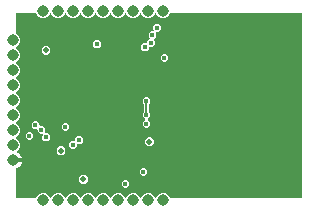
<source format=gbr>
G04 EAGLE Gerber RS-274X export*
G75*
%MOMM*%
%FSLAX34Y34*%
%LPD*%
%INCopper Layer 2*%
%IPPOS*%
%AMOC8*
5,1,8,0,0,1.08239X$1,22.5*%
G01*
%ADD10C,0.975000*%
%ADD11C,0.403200*%
%ADD12C,0.503200*%
%ADD13C,0.200000*%

G36*
X20671Y3271D02*
X20671Y3271D01*
X20787Y3288D01*
X20792Y3290D01*
X20799Y3291D01*
X20901Y3346D01*
X21006Y3399D01*
X21010Y3404D01*
X21016Y3407D01*
X21096Y3491D01*
X21178Y3575D01*
X21182Y3581D01*
X21185Y3585D01*
X21193Y3602D01*
X21259Y3722D01*
X21670Y4713D01*
X23399Y6442D01*
X25658Y7378D01*
X28102Y7378D01*
X30361Y6442D01*
X32090Y4713D01*
X32501Y3722D01*
X32562Y3622D01*
X32622Y3522D01*
X32627Y3518D01*
X32630Y3513D01*
X32720Y3438D01*
X32809Y3362D01*
X32815Y3360D01*
X32820Y3356D01*
X32928Y3314D01*
X33037Y3270D01*
X33045Y3269D01*
X33050Y3268D01*
X33068Y3267D01*
X33204Y3252D01*
X33256Y3252D01*
X33290Y3257D01*
X33295Y3257D01*
X33303Y3259D01*
X33371Y3271D01*
X33487Y3288D01*
X33492Y3290D01*
X33499Y3291D01*
X33601Y3346D01*
X33706Y3399D01*
X33710Y3404D01*
X33716Y3407D01*
X33796Y3491D01*
X33878Y3575D01*
X33882Y3581D01*
X33885Y3585D01*
X33893Y3602D01*
X33959Y3722D01*
X34370Y4713D01*
X36099Y6442D01*
X38358Y7378D01*
X40802Y7378D01*
X43061Y6442D01*
X44790Y4713D01*
X45201Y3722D01*
X45262Y3622D01*
X45322Y3522D01*
X45327Y3518D01*
X45330Y3513D01*
X45420Y3438D01*
X45509Y3362D01*
X45515Y3360D01*
X45520Y3356D01*
X45628Y3314D01*
X45737Y3270D01*
X45745Y3269D01*
X45750Y3268D01*
X45768Y3267D01*
X45904Y3252D01*
X45956Y3252D01*
X45990Y3257D01*
X45995Y3257D01*
X46003Y3259D01*
X46071Y3271D01*
X46187Y3288D01*
X46192Y3290D01*
X46199Y3291D01*
X46301Y3346D01*
X46406Y3399D01*
X46410Y3404D01*
X46416Y3407D01*
X46496Y3491D01*
X46578Y3575D01*
X46582Y3581D01*
X46585Y3585D01*
X46593Y3602D01*
X46659Y3722D01*
X47070Y4713D01*
X48799Y6442D01*
X51058Y7378D01*
X53502Y7378D01*
X55761Y6442D01*
X57490Y4713D01*
X57901Y3722D01*
X57962Y3622D01*
X58022Y3522D01*
X58027Y3518D01*
X58030Y3513D01*
X58120Y3438D01*
X58209Y3362D01*
X58215Y3360D01*
X58220Y3356D01*
X58328Y3314D01*
X58437Y3270D01*
X58445Y3269D01*
X58450Y3268D01*
X58468Y3267D01*
X58604Y3252D01*
X58656Y3252D01*
X58690Y3257D01*
X58695Y3257D01*
X58703Y3259D01*
X58771Y3271D01*
X58887Y3288D01*
X58892Y3290D01*
X58899Y3291D01*
X59001Y3346D01*
X59106Y3399D01*
X59110Y3404D01*
X59116Y3407D01*
X59196Y3491D01*
X59278Y3575D01*
X59282Y3581D01*
X59285Y3585D01*
X59293Y3602D01*
X59359Y3722D01*
X59770Y4713D01*
X61499Y6442D01*
X63758Y7378D01*
X66202Y7378D01*
X68461Y6442D01*
X70190Y4713D01*
X70601Y3722D01*
X70662Y3622D01*
X70722Y3522D01*
X70727Y3518D01*
X70730Y3513D01*
X70820Y3438D01*
X70909Y3362D01*
X70915Y3360D01*
X70920Y3356D01*
X71028Y3314D01*
X71137Y3270D01*
X71145Y3269D01*
X71150Y3268D01*
X71168Y3267D01*
X71304Y3252D01*
X71356Y3252D01*
X71390Y3257D01*
X71395Y3257D01*
X71403Y3259D01*
X71471Y3271D01*
X71587Y3288D01*
X71592Y3290D01*
X71599Y3291D01*
X71701Y3346D01*
X71806Y3399D01*
X71810Y3404D01*
X71816Y3407D01*
X71896Y3491D01*
X71978Y3575D01*
X71982Y3581D01*
X71985Y3585D01*
X71993Y3602D01*
X72059Y3722D01*
X72470Y4713D01*
X74199Y6442D01*
X76458Y7378D01*
X78902Y7378D01*
X81161Y6442D01*
X82890Y4713D01*
X83301Y3722D01*
X83362Y3622D01*
X83422Y3522D01*
X83427Y3518D01*
X83430Y3513D01*
X83520Y3438D01*
X83609Y3362D01*
X83615Y3360D01*
X83620Y3356D01*
X83728Y3314D01*
X83837Y3270D01*
X83845Y3269D01*
X83850Y3268D01*
X83868Y3267D01*
X84004Y3252D01*
X84056Y3252D01*
X84090Y3257D01*
X84095Y3257D01*
X84103Y3259D01*
X84171Y3271D01*
X84287Y3288D01*
X84292Y3290D01*
X84299Y3291D01*
X84401Y3346D01*
X84506Y3399D01*
X84510Y3404D01*
X84516Y3407D01*
X84596Y3491D01*
X84678Y3575D01*
X84682Y3581D01*
X84685Y3585D01*
X84693Y3602D01*
X84759Y3722D01*
X85170Y4713D01*
X86899Y6442D01*
X89158Y7378D01*
X91602Y7378D01*
X93861Y6442D01*
X95590Y4713D01*
X96001Y3722D01*
X96062Y3622D01*
X96122Y3522D01*
X96127Y3518D01*
X96130Y3513D01*
X96220Y3438D01*
X96309Y3362D01*
X96315Y3360D01*
X96320Y3356D01*
X96428Y3314D01*
X96537Y3270D01*
X96545Y3269D01*
X96550Y3268D01*
X96568Y3267D01*
X96704Y3252D01*
X96756Y3252D01*
X96790Y3257D01*
X96795Y3257D01*
X96803Y3259D01*
X96871Y3271D01*
X96987Y3288D01*
X96992Y3290D01*
X96999Y3291D01*
X97101Y3346D01*
X97206Y3399D01*
X97210Y3404D01*
X97216Y3407D01*
X97296Y3491D01*
X97378Y3575D01*
X97382Y3581D01*
X97385Y3585D01*
X97393Y3602D01*
X97459Y3722D01*
X97870Y4713D01*
X99599Y6442D01*
X101858Y7378D01*
X104302Y7378D01*
X106561Y6442D01*
X108290Y4713D01*
X108701Y3722D01*
X108762Y3622D01*
X108822Y3522D01*
X108827Y3518D01*
X108830Y3513D01*
X108920Y3438D01*
X109009Y3362D01*
X109015Y3360D01*
X109020Y3356D01*
X109128Y3314D01*
X109237Y3270D01*
X109245Y3269D01*
X109250Y3268D01*
X109268Y3267D01*
X109404Y3252D01*
X109456Y3252D01*
X109490Y3257D01*
X109495Y3257D01*
X109503Y3259D01*
X109571Y3271D01*
X109687Y3288D01*
X109692Y3290D01*
X109699Y3291D01*
X109801Y3346D01*
X109906Y3399D01*
X109910Y3404D01*
X109916Y3407D01*
X109996Y3491D01*
X110078Y3575D01*
X110082Y3581D01*
X110085Y3585D01*
X110093Y3602D01*
X110159Y3722D01*
X110570Y4713D01*
X112299Y6442D01*
X114558Y7378D01*
X117002Y7378D01*
X119261Y6442D01*
X120990Y4713D01*
X121401Y3722D01*
X121462Y3622D01*
X121522Y3522D01*
X121527Y3518D01*
X121530Y3513D01*
X121620Y3438D01*
X121709Y3362D01*
X121715Y3360D01*
X121720Y3356D01*
X121828Y3314D01*
X121937Y3270D01*
X121945Y3269D01*
X121950Y3268D01*
X121968Y3267D01*
X122104Y3252D01*
X122156Y3252D01*
X122190Y3257D01*
X122195Y3257D01*
X122203Y3259D01*
X122271Y3271D01*
X122387Y3288D01*
X122392Y3290D01*
X122399Y3291D01*
X122501Y3346D01*
X122606Y3399D01*
X122610Y3404D01*
X122616Y3407D01*
X122696Y3491D01*
X122778Y3575D01*
X122782Y3581D01*
X122785Y3585D01*
X122793Y3602D01*
X122859Y3722D01*
X123270Y4713D01*
X124999Y6442D01*
X127258Y7378D01*
X129702Y7378D01*
X131961Y6442D01*
X133690Y4713D01*
X134101Y3722D01*
X134162Y3622D01*
X134222Y3522D01*
X134227Y3518D01*
X134230Y3513D01*
X134320Y3438D01*
X134409Y3362D01*
X134415Y3360D01*
X134420Y3356D01*
X134528Y3314D01*
X134637Y3270D01*
X134645Y3269D01*
X134650Y3268D01*
X134668Y3267D01*
X134804Y3252D01*
X244973Y3252D01*
X244993Y3255D01*
X245012Y3253D01*
X245114Y3275D01*
X245216Y3291D01*
X245233Y3301D01*
X245253Y3305D01*
X245342Y3358D01*
X245433Y3407D01*
X245447Y3421D01*
X245464Y3431D01*
X245531Y3510D01*
X245603Y3585D01*
X245611Y3603D01*
X245624Y3618D01*
X245663Y3714D01*
X245706Y3808D01*
X245708Y3828D01*
X245716Y3846D01*
X245734Y4013D01*
X245734Y159055D01*
X245731Y159075D01*
X245733Y159094D01*
X245711Y159196D01*
X245694Y159298D01*
X245685Y159315D01*
X245681Y159335D01*
X245628Y159424D01*
X245579Y159515D01*
X245565Y159529D01*
X245555Y159546D01*
X245476Y159613D01*
X245401Y159685D01*
X245383Y159693D01*
X245368Y159706D01*
X245272Y159745D01*
X245178Y159788D01*
X245158Y159790D01*
X245140Y159798D01*
X244973Y159816D01*
X134789Y159816D01*
X134675Y159797D01*
X134559Y159780D01*
X134553Y159778D01*
X134547Y159777D01*
X134444Y159722D01*
X134339Y159669D01*
X134335Y159664D01*
X134329Y159661D01*
X134250Y159577D01*
X134167Y159493D01*
X134163Y159487D01*
X134160Y159483D01*
X134152Y159466D01*
X134086Y159346D01*
X133607Y158190D01*
X131878Y156461D01*
X129619Y155525D01*
X127175Y155525D01*
X124916Y156461D01*
X123187Y158190D01*
X122750Y159244D01*
X122713Y159305D01*
X122683Y159370D01*
X122648Y159409D01*
X122621Y159453D01*
X122565Y159499D01*
X122517Y159551D01*
X122471Y159576D01*
X122431Y159610D01*
X122364Y159635D01*
X122301Y159670D01*
X122250Y159679D01*
X122202Y159698D01*
X122130Y159701D01*
X122059Y159714D01*
X122008Y159706D01*
X121956Y159708D01*
X121887Y159688D01*
X121816Y159678D01*
X121770Y159654D01*
X121720Y159640D01*
X121661Y159599D01*
X121597Y159566D01*
X121560Y159529D01*
X121518Y159499D01*
X121475Y159442D01*
X121425Y159391D01*
X121390Y159328D01*
X121371Y159302D01*
X121364Y159280D01*
X121344Y159244D01*
X120907Y158190D01*
X119178Y156461D01*
X116919Y155525D01*
X114475Y155525D01*
X112216Y156461D01*
X110487Y158190D01*
X110050Y159244D01*
X110013Y159305D01*
X109983Y159370D01*
X109948Y159409D01*
X109921Y159453D01*
X109865Y159499D01*
X109817Y159551D01*
X109771Y159576D01*
X109731Y159610D01*
X109664Y159635D01*
X109601Y159670D01*
X109550Y159679D01*
X109502Y159698D01*
X109430Y159701D01*
X109359Y159714D01*
X109308Y159706D01*
X109256Y159708D01*
X109187Y159688D01*
X109116Y159678D01*
X109070Y159654D01*
X109020Y159640D01*
X108961Y159599D01*
X108897Y159566D01*
X108860Y159529D01*
X108818Y159499D01*
X108775Y159442D01*
X108725Y159391D01*
X108690Y159328D01*
X108671Y159302D01*
X108664Y159280D01*
X108644Y159244D01*
X108207Y158190D01*
X106478Y156461D01*
X104219Y155525D01*
X101775Y155525D01*
X99516Y156461D01*
X97787Y158190D01*
X97350Y159244D01*
X97313Y159305D01*
X97283Y159370D01*
X97248Y159409D01*
X97221Y159453D01*
X97165Y159499D01*
X97117Y159551D01*
X97071Y159576D01*
X97031Y159610D01*
X96964Y159635D01*
X96901Y159670D01*
X96850Y159679D01*
X96802Y159698D01*
X96730Y159701D01*
X96659Y159714D01*
X96608Y159706D01*
X96556Y159708D01*
X96487Y159688D01*
X96416Y159678D01*
X96370Y159654D01*
X96320Y159640D01*
X96261Y159599D01*
X96197Y159566D01*
X96160Y159529D01*
X96118Y159499D01*
X96075Y159442D01*
X96025Y159391D01*
X95990Y159328D01*
X95971Y159302D01*
X95964Y159280D01*
X95944Y159244D01*
X95507Y158190D01*
X93778Y156461D01*
X91519Y155525D01*
X89075Y155525D01*
X86816Y156461D01*
X85087Y158190D01*
X84650Y159244D01*
X84613Y159305D01*
X84583Y159370D01*
X84548Y159409D01*
X84521Y159453D01*
X84465Y159499D01*
X84417Y159551D01*
X84371Y159576D01*
X84331Y159610D01*
X84264Y159635D01*
X84201Y159670D01*
X84150Y159679D01*
X84102Y159698D01*
X84030Y159701D01*
X83959Y159714D01*
X83908Y159706D01*
X83856Y159708D01*
X83787Y159688D01*
X83716Y159678D01*
X83670Y159654D01*
X83620Y159640D01*
X83561Y159599D01*
X83497Y159566D01*
X83460Y159529D01*
X83418Y159499D01*
X83375Y159442D01*
X83325Y159391D01*
X83290Y159328D01*
X83271Y159302D01*
X83264Y159280D01*
X83244Y159244D01*
X82807Y158190D01*
X81078Y156461D01*
X78819Y155525D01*
X76375Y155525D01*
X74116Y156461D01*
X72387Y158190D01*
X71950Y159244D01*
X71913Y159305D01*
X71883Y159370D01*
X71848Y159409D01*
X71821Y159453D01*
X71766Y159499D01*
X71717Y159551D01*
X71671Y159576D01*
X71631Y159610D01*
X71564Y159635D01*
X71501Y159670D01*
X71450Y159679D01*
X71402Y159698D01*
X71330Y159701D01*
X71259Y159714D01*
X71208Y159706D01*
X71156Y159708D01*
X71087Y159688D01*
X71016Y159678D01*
X70970Y159654D01*
X70920Y159640D01*
X70861Y159599D01*
X70797Y159566D01*
X70760Y159529D01*
X70718Y159499D01*
X70675Y159442D01*
X70625Y159391D01*
X70590Y159328D01*
X70571Y159302D01*
X70564Y159280D01*
X70544Y159244D01*
X70107Y158190D01*
X68378Y156461D01*
X66119Y155525D01*
X63675Y155525D01*
X61416Y156461D01*
X59687Y158190D01*
X59250Y159244D01*
X59213Y159305D01*
X59183Y159370D01*
X59148Y159409D01*
X59121Y159453D01*
X59066Y159499D01*
X59017Y159551D01*
X58971Y159576D01*
X58931Y159610D01*
X58864Y159635D01*
X58801Y159670D01*
X58750Y159679D01*
X58702Y159698D01*
X58630Y159701D01*
X58559Y159714D01*
X58508Y159706D01*
X58456Y159708D01*
X58387Y159688D01*
X58316Y159678D01*
X58270Y159654D01*
X58220Y159640D01*
X58161Y159599D01*
X58097Y159566D01*
X58060Y159529D01*
X58018Y159499D01*
X57975Y159442D01*
X57925Y159391D01*
X57890Y159328D01*
X57871Y159302D01*
X57864Y159280D01*
X57844Y159244D01*
X57407Y158190D01*
X55678Y156461D01*
X53419Y155525D01*
X50975Y155525D01*
X48716Y156461D01*
X46987Y158190D01*
X46550Y159244D01*
X46513Y159305D01*
X46483Y159370D01*
X46448Y159409D01*
X46421Y159453D01*
X46366Y159499D01*
X46317Y159551D01*
X46271Y159576D01*
X46231Y159610D01*
X46164Y159635D01*
X46101Y159670D01*
X46050Y159679D01*
X46002Y159698D01*
X45930Y159701D01*
X45859Y159714D01*
X45808Y159706D01*
X45756Y159708D01*
X45687Y159688D01*
X45616Y159678D01*
X45570Y159654D01*
X45520Y159640D01*
X45461Y159599D01*
X45397Y159566D01*
X45360Y159529D01*
X45318Y159499D01*
X45275Y159442D01*
X45225Y159391D01*
X45190Y159328D01*
X45171Y159302D01*
X45164Y159280D01*
X45144Y159244D01*
X44707Y158190D01*
X42978Y156461D01*
X40719Y155525D01*
X38275Y155525D01*
X36016Y156461D01*
X34287Y158190D01*
X33850Y159244D01*
X33813Y159305D01*
X33783Y159370D01*
X33748Y159409D01*
X33721Y159453D01*
X33666Y159499D01*
X33617Y159551D01*
X33571Y159576D01*
X33531Y159610D01*
X33464Y159635D01*
X33401Y159670D01*
X33350Y159679D01*
X33302Y159698D01*
X33230Y159701D01*
X33159Y159714D01*
X33108Y159706D01*
X33056Y159708D01*
X32987Y159688D01*
X32916Y159678D01*
X32870Y159654D01*
X32820Y159640D01*
X32761Y159599D01*
X32697Y159566D01*
X32660Y159529D01*
X32618Y159499D01*
X32575Y159442D01*
X32525Y159391D01*
X32490Y159328D01*
X32471Y159302D01*
X32464Y159280D01*
X32444Y159244D01*
X32007Y158190D01*
X30278Y156461D01*
X28019Y155525D01*
X25575Y155525D01*
X23316Y156461D01*
X21587Y158190D01*
X21108Y159346D01*
X21046Y159446D01*
X20986Y159546D01*
X20982Y159550D01*
X20978Y159555D01*
X20889Y159630D01*
X20799Y159706D01*
X20794Y159708D01*
X20789Y159712D01*
X20681Y159754D01*
X20571Y159798D01*
X20564Y159799D01*
X20559Y159800D01*
X20541Y159801D01*
X20405Y159816D01*
X4394Y159816D01*
X4374Y159813D01*
X4355Y159815D01*
X4253Y159793D01*
X4151Y159777D01*
X4134Y159767D01*
X4114Y159763D01*
X4025Y159710D01*
X3934Y159661D01*
X3920Y159647D01*
X3903Y159637D01*
X3836Y159558D01*
X3764Y159483D01*
X3756Y159465D01*
X3743Y159450D01*
X3704Y159354D01*
X3661Y159260D01*
X3659Y159240D01*
X3651Y159222D01*
X3633Y159055D01*
X3633Y142871D01*
X3652Y142756D01*
X3669Y142640D01*
X3671Y142634D01*
X3672Y142628D01*
X3727Y142525D01*
X3780Y142420D01*
X3785Y142416D01*
X3788Y142411D01*
X3872Y142331D01*
X3956Y142248D01*
X3962Y142245D01*
X3966Y142241D01*
X3983Y142233D01*
X4103Y142167D01*
X4878Y141846D01*
X6607Y140117D01*
X7543Y137858D01*
X7543Y135414D01*
X6607Y133155D01*
X4878Y131426D01*
X4103Y131105D01*
X4003Y131043D01*
X3903Y130983D01*
X3899Y130978D01*
X3894Y130975D01*
X3819Y130885D01*
X3743Y130796D01*
X3741Y130790D01*
X3737Y130786D01*
X3695Y130677D01*
X3651Y130568D01*
X3650Y130560D01*
X3649Y130556D01*
X3648Y130538D01*
X3633Y130401D01*
X3633Y130171D01*
X3652Y130056D01*
X3669Y129940D01*
X3671Y129934D01*
X3672Y129928D01*
X3727Y129825D01*
X3780Y129720D01*
X3785Y129716D01*
X3788Y129711D01*
X3872Y129631D01*
X3956Y129548D01*
X3962Y129545D01*
X3966Y129541D01*
X3983Y129533D01*
X4103Y129467D01*
X4878Y129146D01*
X6607Y127417D01*
X7543Y125158D01*
X7543Y122714D01*
X6607Y120455D01*
X4878Y118726D01*
X4103Y118405D01*
X4003Y118343D01*
X3903Y118283D01*
X3899Y118278D01*
X3894Y118275D01*
X3819Y118185D01*
X3743Y118096D01*
X3741Y118090D01*
X3737Y118086D01*
X3695Y117977D01*
X3651Y117868D01*
X3650Y117860D01*
X3649Y117856D01*
X3648Y117838D01*
X3633Y117701D01*
X3633Y117471D01*
X3652Y117356D01*
X3669Y117240D01*
X3671Y117234D01*
X3672Y117228D01*
X3727Y117124D01*
X3780Y117020D01*
X3785Y117016D01*
X3788Y117011D01*
X3873Y116930D01*
X3956Y116848D01*
X3962Y116845D01*
X3966Y116841D01*
X3983Y116833D01*
X4103Y116767D01*
X4878Y116446D01*
X6607Y114717D01*
X7543Y112458D01*
X7543Y110014D01*
X6607Y107755D01*
X4878Y106026D01*
X4103Y105705D01*
X4003Y105643D01*
X3903Y105583D01*
X3899Y105578D01*
X3894Y105575D01*
X3819Y105485D01*
X3743Y105396D01*
X3741Y105390D01*
X3737Y105386D01*
X3695Y105277D01*
X3651Y105168D01*
X3650Y105161D01*
X3649Y105156D01*
X3648Y105138D01*
X3633Y105001D01*
X3633Y104771D01*
X3652Y104656D01*
X3669Y104540D01*
X3671Y104534D01*
X3672Y104528D01*
X3727Y104425D01*
X3780Y104320D01*
X3785Y104316D01*
X3788Y104311D01*
X3873Y104230D01*
X3956Y104148D01*
X3962Y104145D01*
X3966Y104141D01*
X3983Y104133D01*
X4103Y104067D01*
X4878Y103746D01*
X6607Y102017D01*
X7543Y99758D01*
X7543Y97314D01*
X6607Y95055D01*
X4878Y93326D01*
X4103Y93005D01*
X4003Y92943D01*
X3903Y92883D01*
X3899Y92878D01*
X3894Y92875D01*
X3819Y92785D01*
X3743Y92696D01*
X3741Y92690D01*
X3737Y92686D01*
X3695Y92577D01*
X3651Y92468D01*
X3650Y92461D01*
X3649Y92456D01*
X3648Y92438D01*
X3633Y92301D01*
X3633Y92071D01*
X3652Y91956D01*
X3669Y91840D01*
X3671Y91834D01*
X3672Y91828D01*
X3727Y91725D01*
X3780Y91620D01*
X3785Y91616D01*
X3788Y91611D01*
X3873Y91530D01*
X3956Y91448D01*
X3962Y91445D01*
X3966Y91441D01*
X3983Y91433D01*
X4103Y91367D01*
X4878Y91046D01*
X6607Y89317D01*
X7543Y87058D01*
X7543Y84614D01*
X6607Y82355D01*
X4878Y80626D01*
X4103Y80305D01*
X4003Y80243D01*
X3903Y80183D01*
X3899Y80178D01*
X3894Y80175D01*
X3819Y80085D01*
X3743Y79996D01*
X3741Y79990D01*
X3737Y79986D01*
X3695Y79877D01*
X3651Y79768D01*
X3650Y79761D01*
X3649Y79756D01*
X3648Y79738D01*
X3633Y79601D01*
X3633Y79371D01*
X3636Y79353D01*
X3634Y79337D01*
X3652Y79255D01*
X3669Y79140D01*
X3671Y79134D01*
X3672Y79128D01*
X3684Y79106D01*
X3686Y79097D01*
X3711Y79055D01*
X3727Y79025D01*
X3780Y78920D01*
X3785Y78916D01*
X3788Y78911D01*
X3810Y78889D01*
X3812Y78886D01*
X3827Y78873D01*
X3872Y78831D01*
X3956Y78748D01*
X3962Y78745D01*
X3966Y78741D01*
X3983Y78733D01*
X4103Y78667D01*
X4878Y78346D01*
X6607Y76617D01*
X7543Y74358D01*
X7543Y71914D01*
X6607Y69655D01*
X4878Y67926D01*
X4103Y67605D01*
X4003Y67543D01*
X3903Y67483D01*
X3899Y67478D01*
X3894Y67475D01*
X3819Y67385D01*
X3743Y67296D01*
X3741Y67290D01*
X3737Y67286D01*
X3695Y67177D01*
X3651Y67068D01*
X3650Y67060D01*
X3649Y67056D01*
X3648Y67038D01*
X3633Y66901D01*
X3633Y66671D01*
X3652Y66556D01*
X3669Y66440D01*
X3671Y66434D01*
X3672Y66428D01*
X3727Y66325D01*
X3780Y66220D01*
X3785Y66216D01*
X3788Y66211D01*
X3872Y66131D01*
X3956Y66048D01*
X3962Y66045D01*
X3966Y66041D01*
X3983Y66033D01*
X4103Y65967D01*
X4878Y65646D01*
X6607Y63917D01*
X7543Y61658D01*
X7543Y59214D01*
X6607Y56955D01*
X4878Y55226D01*
X4103Y54905D01*
X4003Y54843D01*
X3903Y54783D01*
X3899Y54778D01*
X3894Y54775D01*
X3819Y54685D01*
X3743Y54596D01*
X3741Y54590D01*
X3737Y54586D01*
X3695Y54477D01*
X3651Y54368D01*
X3650Y54360D01*
X3649Y54356D01*
X3648Y54338D01*
X3633Y54201D01*
X3633Y53971D01*
X3652Y53856D01*
X3669Y53740D01*
X3671Y53734D01*
X3672Y53728D01*
X3727Y53625D01*
X3780Y53520D01*
X3785Y53516D01*
X3788Y53511D01*
X3872Y53431D01*
X3956Y53348D01*
X3962Y53345D01*
X3966Y53341D01*
X3983Y53333D01*
X4103Y53267D01*
X4878Y52946D01*
X6607Y51217D01*
X7543Y48958D01*
X7543Y46514D01*
X6607Y44255D01*
X4996Y42644D01*
X4941Y42567D01*
X4881Y42495D01*
X4870Y42468D01*
X4853Y42444D01*
X4825Y42354D01*
X4791Y42266D01*
X4789Y42237D01*
X4780Y42209D01*
X4783Y42115D01*
X4778Y42021D01*
X4786Y41993D01*
X4787Y41963D01*
X4819Y41875D01*
X4845Y41784D01*
X4861Y41760D01*
X4871Y41732D01*
X4930Y41659D01*
X4983Y41581D01*
X5012Y41557D01*
X5025Y41540D01*
X5052Y41523D01*
X5112Y41473D01*
X6124Y40796D01*
X7157Y39763D01*
X7969Y38549D01*
X8528Y37199D01*
X8655Y36559D01*
X4394Y36559D01*
X4374Y36556D01*
X4355Y36558D01*
X4253Y36536D01*
X4151Y36519D01*
X4134Y36510D01*
X4114Y36506D01*
X4025Y36453D01*
X3934Y36404D01*
X3920Y36390D01*
X3903Y36380D01*
X3836Y36301D01*
X3764Y36226D01*
X3756Y36208D01*
X3743Y36193D01*
X3704Y36097D01*
X3661Y36003D01*
X3659Y35983D01*
X3651Y35965D01*
X3633Y35798D01*
X3633Y34274D01*
X3636Y34254D01*
X3634Y34235D01*
X3656Y34133D01*
X3672Y34031D01*
X3682Y34014D01*
X3686Y33994D01*
X3739Y33905D01*
X3788Y33814D01*
X3802Y33800D01*
X3812Y33783D01*
X3891Y33716D01*
X3966Y33645D01*
X3984Y33636D01*
X3999Y33623D01*
X4095Y33584D01*
X4189Y33541D01*
X4209Y33539D01*
X4227Y33531D01*
X4394Y33513D01*
X8655Y33513D01*
X8528Y32873D01*
X7969Y31523D01*
X7676Y31085D01*
X7157Y30309D01*
X6124Y29276D01*
X4910Y28464D01*
X4103Y28130D01*
X4003Y28068D01*
X3903Y28008D01*
X3899Y28004D01*
X3894Y28000D01*
X3819Y27910D01*
X3743Y27822D01*
X3741Y27816D01*
X3737Y27811D01*
X3695Y27702D01*
X3651Y27593D01*
X3650Y27586D01*
X3649Y27581D01*
X3648Y27563D01*
X3633Y27427D01*
X3633Y4013D01*
X3636Y3993D01*
X3634Y3974D01*
X3656Y3872D01*
X3672Y3770D01*
X3682Y3753D01*
X3686Y3733D01*
X3739Y3644D01*
X3788Y3553D01*
X3802Y3539D01*
X3812Y3522D01*
X3891Y3455D01*
X3966Y3383D01*
X3984Y3375D01*
X3999Y3362D01*
X4095Y3323D01*
X4189Y3280D01*
X4209Y3278D01*
X4227Y3270D01*
X4394Y3252D01*
X20556Y3252D01*
X20671Y3271D01*
G37*
%LPC*%
G36*
X111669Y127523D02*
X111669Y127523D01*
X109743Y129449D01*
X109743Y132171D01*
X111669Y134097D01*
X114062Y134097D01*
X114082Y134100D01*
X114101Y134098D01*
X114203Y134120D01*
X114305Y134136D01*
X114322Y134146D01*
X114342Y134150D01*
X114431Y134203D01*
X114522Y134252D01*
X114536Y134266D01*
X114553Y134276D01*
X114620Y134355D01*
X114692Y134430D01*
X114700Y134448D01*
X114713Y134463D01*
X114752Y134559D01*
X114795Y134653D01*
X114797Y134673D01*
X114805Y134691D01*
X114823Y134858D01*
X114823Y135981D01*
X116734Y137892D01*
X116745Y137908D01*
X116761Y137920D01*
X116817Y138008D01*
X116877Y138091D01*
X116883Y138110D01*
X116894Y138127D01*
X116919Y138228D01*
X116949Y138327D01*
X116949Y138346D01*
X116954Y138366D01*
X116946Y138469D01*
X116943Y138572D01*
X116936Y138591D01*
X116935Y138611D01*
X116894Y138706D01*
X116859Y138803D01*
X116846Y138819D01*
X116838Y138837D01*
X116734Y138968D01*
X116093Y139609D01*
X116093Y142331D01*
X118019Y144257D01*
X119767Y144257D01*
X119838Y144268D01*
X119910Y144270D01*
X119959Y144288D01*
X120010Y144296D01*
X120073Y144330D01*
X120141Y144355D01*
X120182Y144387D01*
X120227Y144412D01*
X120277Y144463D01*
X120333Y144508D01*
X120361Y144552D01*
X120397Y144590D01*
X120427Y144655D01*
X120466Y144715D01*
X120479Y144766D01*
X120500Y144813D01*
X120508Y144884D01*
X120526Y144954D01*
X120522Y145006D01*
X120528Y145057D01*
X120512Y145128D01*
X120507Y145199D01*
X120486Y145247D01*
X120475Y145298D01*
X120438Y145359D01*
X120410Y145425D01*
X120366Y145481D01*
X120349Y145509D01*
X120331Y145524D01*
X120306Y145556D01*
X119903Y145959D01*
X119903Y148681D01*
X121829Y150607D01*
X124551Y150607D01*
X126477Y148681D01*
X126477Y145959D01*
X124551Y144033D01*
X122803Y144033D01*
X122732Y144022D01*
X122660Y144020D01*
X122611Y144002D01*
X122560Y143994D01*
X122497Y143960D01*
X122429Y143935D01*
X122388Y143903D01*
X122343Y143878D01*
X122293Y143827D01*
X122237Y143782D01*
X122209Y143738D01*
X122173Y143700D01*
X122143Y143635D01*
X122104Y143575D01*
X122091Y143524D01*
X122070Y143477D01*
X122062Y143406D01*
X122044Y143336D01*
X122048Y143284D01*
X122042Y143233D01*
X122058Y143162D01*
X122063Y143091D01*
X122084Y143043D01*
X122095Y142992D01*
X122132Y142931D01*
X122160Y142865D01*
X122204Y142809D01*
X122221Y142781D01*
X122239Y142766D01*
X122264Y142734D01*
X122667Y142331D01*
X122667Y139609D01*
X120756Y137698D01*
X120745Y137682D01*
X120729Y137670D01*
X120673Y137582D01*
X120613Y137499D01*
X120607Y137480D01*
X120596Y137463D01*
X120571Y137362D01*
X120541Y137263D01*
X120541Y137244D01*
X120536Y137224D01*
X120544Y137121D01*
X120547Y137018D01*
X120554Y136999D01*
X120555Y136979D01*
X120596Y136884D01*
X120631Y136787D01*
X120644Y136771D01*
X120652Y136753D01*
X120756Y136622D01*
X121397Y135981D01*
X121397Y133259D01*
X119471Y131333D01*
X117078Y131333D01*
X117058Y131330D01*
X117039Y131332D01*
X116937Y131310D01*
X116835Y131294D01*
X116818Y131284D01*
X116798Y131280D01*
X116709Y131227D01*
X116618Y131178D01*
X116604Y131164D01*
X116587Y131154D01*
X116520Y131075D01*
X116448Y131000D01*
X116440Y130982D01*
X116427Y130967D01*
X116388Y130871D01*
X116345Y130777D01*
X116343Y130757D01*
X116335Y130739D01*
X116317Y130572D01*
X116317Y129449D01*
X114391Y127523D01*
X111669Y127523D01*
G37*
%LPD*%
%LPC*%
G36*
X112939Y62753D02*
X112939Y62753D01*
X111013Y64679D01*
X111013Y67401D01*
X112924Y69312D01*
X112935Y69328D01*
X112951Y69340D01*
X113007Y69428D01*
X113067Y69511D01*
X113073Y69530D01*
X113084Y69547D01*
X113109Y69648D01*
X113139Y69747D01*
X113139Y69766D01*
X113144Y69786D01*
X113136Y69889D01*
X113133Y69992D01*
X113126Y70011D01*
X113125Y70031D01*
X113084Y70126D01*
X113049Y70223D01*
X113036Y70239D01*
X113028Y70257D01*
X112924Y70388D01*
X111013Y72299D01*
X111013Y75021D01*
X111806Y75814D01*
X111851Y75877D01*
X111876Y75904D01*
X111881Y75914D01*
X111919Y75958D01*
X111931Y75988D01*
X111950Y76014D01*
X111977Y76101D01*
X112011Y76186D01*
X112015Y76227D01*
X112022Y76249D01*
X112021Y76281D01*
X112029Y76353D01*
X112029Y82397D01*
X112015Y82487D01*
X112007Y82578D01*
X111995Y82608D01*
X111990Y82640D01*
X111947Y82721D01*
X111911Y82805D01*
X111885Y82837D01*
X111874Y82857D01*
X111851Y82880D01*
X111828Y82909D01*
X111825Y82913D01*
X111823Y82915D01*
X111806Y82936D01*
X111013Y83729D01*
X111013Y86451D01*
X112939Y88377D01*
X115661Y88377D01*
X117587Y86451D01*
X117587Y83729D01*
X116794Y82936D01*
X116748Y82872D01*
X116727Y82850D01*
X116723Y82841D01*
X116681Y82792D01*
X116669Y82762D01*
X116650Y82736D01*
X116623Y82649D01*
X116589Y82564D01*
X116585Y82523D01*
X116578Y82501D01*
X116579Y82469D01*
X116571Y82397D01*
X116571Y76353D01*
X116585Y76263D01*
X116593Y76172D01*
X116605Y76142D01*
X116610Y76110D01*
X116653Y76029D01*
X116689Y75945D01*
X116715Y75913D01*
X116726Y75893D01*
X116749Y75870D01*
X116767Y75848D01*
X116771Y75841D01*
X116776Y75837D01*
X116794Y75814D01*
X117587Y75021D01*
X117587Y72299D01*
X115676Y70388D01*
X115665Y70372D01*
X115649Y70360D01*
X115593Y70272D01*
X115533Y70189D01*
X115527Y70170D01*
X115516Y70153D01*
X115491Y70052D01*
X115461Y69953D01*
X115461Y69934D01*
X115456Y69914D01*
X115464Y69811D01*
X115467Y69708D01*
X115474Y69689D01*
X115475Y69669D01*
X115516Y69574D01*
X115551Y69477D01*
X115564Y69461D01*
X115572Y69443D01*
X115676Y69312D01*
X117587Y67401D01*
X117587Y64679D01*
X115661Y62753D01*
X112939Y62753D01*
G37*
%LPD*%
%LPC*%
G36*
X27849Y51323D02*
X27849Y51323D01*
X25923Y53249D01*
X25923Y55971D01*
X26326Y56374D01*
X26368Y56432D01*
X26417Y56484D01*
X26439Y56531D01*
X26469Y56573D01*
X26490Y56642D01*
X26520Y56707D01*
X26526Y56759D01*
X26542Y56809D01*
X26540Y56880D01*
X26548Y56951D01*
X26536Y57002D01*
X26535Y57054D01*
X26511Y57122D01*
X26495Y57192D01*
X26469Y57237D01*
X26451Y57285D01*
X26406Y57341D01*
X26369Y57403D01*
X26330Y57437D01*
X26297Y57477D01*
X26237Y57516D01*
X26182Y57563D01*
X26134Y57582D01*
X26090Y57610D01*
X26021Y57628D01*
X25954Y57655D01*
X25883Y57663D01*
X25852Y57671D01*
X25828Y57669D01*
X25787Y57673D01*
X24039Y57673D01*
X22113Y59599D01*
X22113Y60722D01*
X22110Y60742D01*
X22112Y60761D01*
X22090Y60863D01*
X22074Y60965D01*
X22064Y60982D01*
X22060Y61002D01*
X22007Y61091D01*
X21958Y61182D01*
X21944Y61196D01*
X21934Y61213D01*
X21855Y61280D01*
X21780Y61352D01*
X21762Y61360D01*
X21747Y61373D01*
X21651Y61412D01*
X21557Y61455D01*
X21537Y61457D01*
X21519Y61465D01*
X21352Y61483D01*
X18959Y61483D01*
X17033Y63409D01*
X17033Y66131D01*
X18959Y68057D01*
X21681Y68057D01*
X23607Y66131D01*
X23607Y65008D01*
X23610Y64988D01*
X23608Y64969D01*
X23630Y64867D01*
X23646Y64765D01*
X23656Y64748D01*
X23660Y64728D01*
X23713Y64639D01*
X23762Y64548D01*
X23776Y64534D01*
X23786Y64517D01*
X23865Y64450D01*
X23940Y64378D01*
X23958Y64370D01*
X23973Y64357D01*
X24069Y64318D01*
X24163Y64275D01*
X24183Y64273D01*
X24201Y64265D01*
X24368Y64247D01*
X26761Y64247D01*
X28687Y62321D01*
X28687Y59599D01*
X28284Y59196D01*
X28242Y59138D01*
X28193Y59086D01*
X28171Y59039D01*
X28141Y58997D01*
X28120Y58928D01*
X28090Y58863D01*
X28084Y58811D01*
X28068Y58761D01*
X28070Y58690D01*
X28062Y58619D01*
X28074Y58568D01*
X28075Y58516D01*
X28099Y58448D01*
X28115Y58378D01*
X28141Y58333D01*
X28159Y58285D01*
X28204Y58229D01*
X28241Y58167D01*
X28280Y58133D01*
X28313Y58093D01*
X28373Y58054D01*
X28428Y58007D01*
X28476Y57988D01*
X28520Y57960D01*
X28589Y57942D01*
X28656Y57915D01*
X28727Y57907D01*
X28758Y57899D01*
X28782Y57901D01*
X28823Y57897D01*
X30571Y57897D01*
X32497Y55971D01*
X32497Y53249D01*
X30571Y51323D01*
X27849Y51323D01*
G37*
%LPD*%
%LPC*%
G36*
X50709Y44973D02*
X50709Y44973D01*
X48783Y46899D01*
X48783Y49621D01*
X50709Y51547D01*
X53102Y51547D01*
X53122Y51550D01*
X53141Y51548D01*
X53243Y51570D01*
X53345Y51586D01*
X53362Y51596D01*
X53382Y51600D01*
X53471Y51653D01*
X53562Y51702D01*
X53576Y51716D01*
X53593Y51726D01*
X53660Y51805D01*
X53732Y51880D01*
X53740Y51898D01*
X53753Y51913D01*
X53792Y52009D01*
X53835Y52103D01*
X53837Y52123D01*
X53845Y52141D01*
X53863Y52308D01*
X53863Y53431D01*
X55789Y55357D01*
X58511Y55357D01*
X60437Y53431D01*
X60437Y50709D01*
X58511Y48783D01*
X56118Y48783D01*
X56098Y48780D01*
X56079Y48782D01*
X55977Y48760D01*
X55875Y48744D01*
X55858Y48734D01*
X55838Y48730D01*
X55749Y48677D01*
X55658Y48628D01*
X55644Y48614D01*
X55627Y48604D01*
X55560Y48525D01*
X55488Y48450D01*
X55480Y48432D01*
X55467Y48417D01*
X55428Y48321D01*
X55385Y48227D01*
X55383Y48207D01*
X55375Y48189D01*
X55357Y48022D01*
X55357Y46899D01*
X53431Y44973D01*
X50709Y44973D01*
G37*
%LPD*%
%LPC*%
G36*
X27641Y124483D02*
X27641Y124483D01*
X25423Y126701D01*
X25423Y129839D01*
X27641Y132057D01*
X30779Y132057D01*
X32997Y129839D01*
X32997Y126701D01*
X30779Y124483D01*
X27641Y124483D01*
G37*
%LPD*%
%LPC*%
G36*
X115271Y47013D02*
X115271Y47013D01*
X113053Y49231D01*
X113053Y52369D01*
X115271Y54587D01*
X118409Y54587D01*
X120627Y52369D01*
X120627Y49231D01*
X118409Y47013D01*
X115271Y47013D01*
G37*
%LPD*%
%LPC*%
G36*
X40341Y39393D02*
X40341Y39393D01*
X38123Y41611D01*
X38123Y44749D01*
X40341Y46967D01*
X43479Y46967D01*
X45697Y44749D01*
X45697Y41611D01*
X43479Y39393D01*
X40341Y39393D01*
G37*
%LPD*%
%LPC*%
G36*
X59391Y15263D02*
X59391Y15263D01*
X57173Y17481D01*
X57173Y20619D01*
X59391Y22837D01*
X62529Y22837D01*
X64747Y20619D01*
X64747Y17481D01*
X62529Y15263D01*
X59391Y15263D01*
G37*
%LPD*%
%LPC*%
G36*
X71029Y130063D02*
X71029Y130063D01*
X69103Y131989D01*
X69103Y134711D01*
X71029Y136637D01*
X73751Y136637D01*
X75677Y134711D01*
X75677Y131989D01*
X73751Y130063D01*
X71029Y130063D01*
G37*
%LPD*%
%LPC*%
G36*
X128179Y118633D02*
X128179Y118633D01*
X126253Y120559D01*
X126253Y123281D01*
X128179Y125207D01*
X130901Y125207D01*
X132827Y123281D01*
X132827Y120559D01*
X130901Y118633D01*
X128179Y118633D01*
G37*
%LPD*%
%LPC*%
G36*
X44359Y60213D02*
X44359Y60213D01*
X42433Y62139D01*
X42433Y64861D01*
X44359Y66787D01*
X47081Y66787D01*
X49007Y64861D01*
X49007Y62139D01*
X47081Y60213D01*
X44359Y60213D01*
G37*
%LPD*%
%LPC*%
G36*
X13879Y52593D02*
X13879Y52593D01*
X11953Y54519D01*
X11953Y57241D01*
X13879Y59167D01*
X16601Y59167D01*
X18527Y57241D01*
X18527Y54519D01*
X16601Y52593D01*
X13879Y52593D01*
G37*
%LPD*%
%LPC*%
G36*
X110399Y22113D02*
X110399Y22113D01*
X108473Y24039D01*
X108473Y26761D01*
X110399Y28687D01*
X113121Y28687D01*
X115047Y26761D01*
X115047Y24039D01*
X113121Y22113D01*
X110399Y22113D01*
G37*
%LPD*%
%LPC*%
G36*
X95159Y11953D02*
X95159Y11953D01*
X93233Y13879D01*
X93233Y16601D01*
X95159Y18527D01*
X97881Y18527D01*
X99807Y16601D01*
X99807Y13879D01*
X97881Y11953D01*
X95159Y11953D01*
G37*
%LPD*%
D10*
X1397Y85836D03*
X1397Y98536D03*
X1397Y111236D03*
X1397Y123936D03*
X1397Y136636D03*
X1397Y73136D03*
X1397Y60436D03*
X1397Y47736D03*
X1397Y35036D03*
X77597Y161671D03*
X90297Y161671D03*
X102997Y161671D03*
X115697Y161671D03*
X128397Y161671D03*
X64897Y161671D03*
X52197Y161671D03*
X39497Y161671D03*
X26797Y161671D03*
X77680Y1232D03*
X90380Y1232D03*
X103080Y1232D03*
X115780Y1232D03*
X128480Y1232D03*
X64980Y1232D03*
X52280Y1232D03*
X39580Y1232D03*
X26880Y1232D03*
D11*
X165100Y128270D03*
X170180Y128270D03*
X175260Y128270D03*
X180340Y128270D03*
X185420Y128270D03*
X190500Y128270D03*
X195580Y128270D03*
X200660Y128270D03*
X205740Y128270D03*
X210820Y128270D03*
X215900Y128270D03*
X220980Y128270D03*
X226060Y128270D03*
X231140Y128270D03*
X236220Y128270D03*
X241300Y129540D03*
X165100Y116840D03*
X170180Y116840D03*
X175260Y116840D03*
X180340Y116840D03*
X185420Y116840D03*
X190500Y116840D03*
X195580Y116840D03*
X200660Y116840D03*
X205740Y116840D03*
X210820Y116840D03*
X215900Y116840D03*
X220980Y116840D03*
X226060Y116840D03*
X231140Y116840D03*
X236220Y116840D03*
X241300Y115570D03*
X241300Y144540D03*
X241300Y157040D03*
X231300Y157040D03*
X221300Y157040D03*
X211300Y157040D03*
X201300Y157040D03*
X191300Y157040D03*
X181300Y157040D03*
X171300Y157040D03*
X231300Y144540D03*
X221300Y144540D03*
X211300Y144540D03*
X201300Y144540D03*
X191300Y144540D03*
X181300Y144540D03*
X171300Y144540D03*
X241300Y103070D03*
X241300Y90570D03*
X241300Y78070D03*
X241300Y65570D03*
X241300Y54380D03*
X241300Y41920D03*
X241300Y29460D03*
X241300Y15730D03*
X231300Y103070D03*
X221300Y103070D03*
X211300Y103070D03*
X201300Y103070D03*
X191300Y103070D03*
X181300Y103070D03*
X171300Y103070D03*
X231300Y90570D03*
X221300Y90570D03*
X211300Y90570D03*
X201300Y90570D03*
X191300Y90570D03*
X181300Y90570D03*
X171300Y90570D03*
X231300Y78070D03*
X221300Y78070D03*
X211300Y78070D03*
X201300Y78070D03*
X191300Y78070D03*
X181300Y78070D03*
X171300Y78070D03*
X231300Y65570D03*
X221300Y65570D03*
X211300Y65570D03*
X201300Y65570D03*
X191300Y65570D03*
X181300Y65570D03*
X171300Y65570D03*
X231300Y54380D03*
X221300Y54380D03*
X211300Y54380D03*
X201300Y54380D03*
X191300Y54380D03*
X181300Y54380D03*
X171300Y54380D03*
X231300Y41920D03*
X221300Y41920D03*
X211300Y41920D03*
X201300Y41920D03*
X191300Y41920D03*
X181300Y41920D03*
X171300Y41920D03*
X231300Y29460D03*
X221300Y29460D03*
X211300Y29460D03*
X201300Y29460D03*
X191300Y29460D03*
X181300Y29460D03*
X171300Y29460D03*
X231300Y15730D03*
X221300Y15730D03*
X211300Y15730D03*
X201300Y15730D03*
X191300Y15730D03*
X181300Y15730D03*
X171300Y15730D03*
X160070Y5570D03*
X146300Y5570D03*
X161300Y157040D03*
X151300Y157040D03*
X141300Y157040D03*
X161300Y144540D03*
X151300Y144540D03*
X141300Y144540D03*
X171300Y5570D03*
X181300Y5570D03*
X191300Y5570D03*
X201300Y5570D03*
X211300Y5570D03*
X221300Y5570D03*
X231300Y5570D03*
X241300Y5570D03*
X74780Y91640D03*
X74780Y101800D03*
X74780Y110690D03*
X74780Y82750D03*
X74780Y72590D03*
X65890Y82750D03*
X57000Y82750D03*
X65890Y72590D03*
X57000Y72590D03*
X65890Y91640D03*
X57000Y91640D03*
X57000Y101800D03*
X65890Y101800D03*
X57000Y110690D03*
X65890Y110690D03*
X83670Y110690D03*
X92560Y110690D03*
X83670Y101800D03*
X92560Y101800D03*
X83670Y91640D03*
X83670Y82750D03*
X83670Y72590D03*
X92560Y91640D03*
X92560Y72590D03*
X92560Y82750D03*
X159870Y90570D03*
X148440Y90570D03*
X138280Y90570D03*
X159870Y78070D03*
X159870Y65570D03*
X159870Y54380D03*
X159870Y41920D03*
X159870Y29460D03*
X159870Y15730D03*
X147170Y29460D03*
X147170Y41920D03*
X147170Y54380D03*
X146300Y15730D03*
X159870Y103070D03*
D12*
X69850Y45720D03*
X88900Y16510D03*
D11*
X141300Y131840D03*
X141300Y120410D03*
D12*
X21590Y73660D03*
X22860Y113030D03*
D11*
X6680Y157040D03*
X6680Y144540D03*
X6600Y5570D03*
X18030Y5570D03*
X6600Y19540D03*
X44300Y28190D03*
X99390Y133110D03*
X24460Y144540D03*
X129390Y104340D03*
D12*
X41910Y43180D03*
X116840Y50800D03*
X29210Y128270D03*
X60960Y19050D03*
D11*
X96520Y15240D03*
X114300Y66040D03*
X114300Y73660D03*
X114300Y85090D03*
D13*
X114300Y73660D01*
D11*
X129540Y121920D03*
X123190Y147320D03*
X119380Y140970D03*
X118110Y134620D03*
X113030Y130810D03*
X72390Y133350D03*
X15240Y55880D03*
X20320Y64770D03*
X25400Y60960D03*
X29210Y54610D03*
X45720Y63500D03*
X52070Y48260D03*
X57150Y52070D03*
X111760Y25400D03*
M02*

</source>
